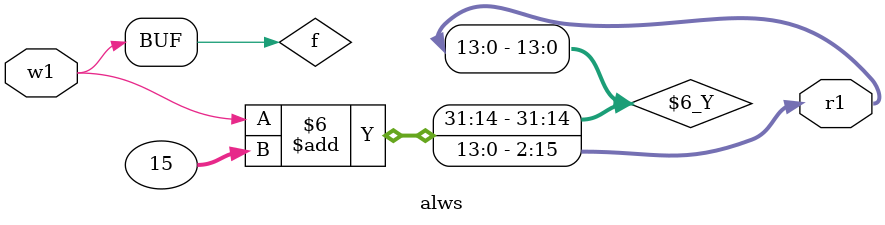
<source format=v>
module alws(w1,r1);
 parameter b=10;
 parameter c=5 + b;
 parameter d=1 + c % 2;
 parameter a=d?b:c;
 input [a:b] w1;
 output reg [d:c] r1;
 reg r0;
 wire f, g;
assign f = w1;
assign g = w1?w1:w1 + a;
always @( w1 )
begin
   r0 = w1 + 1;
   r1 <= w1 + c;
   end
endmodule
</source>
